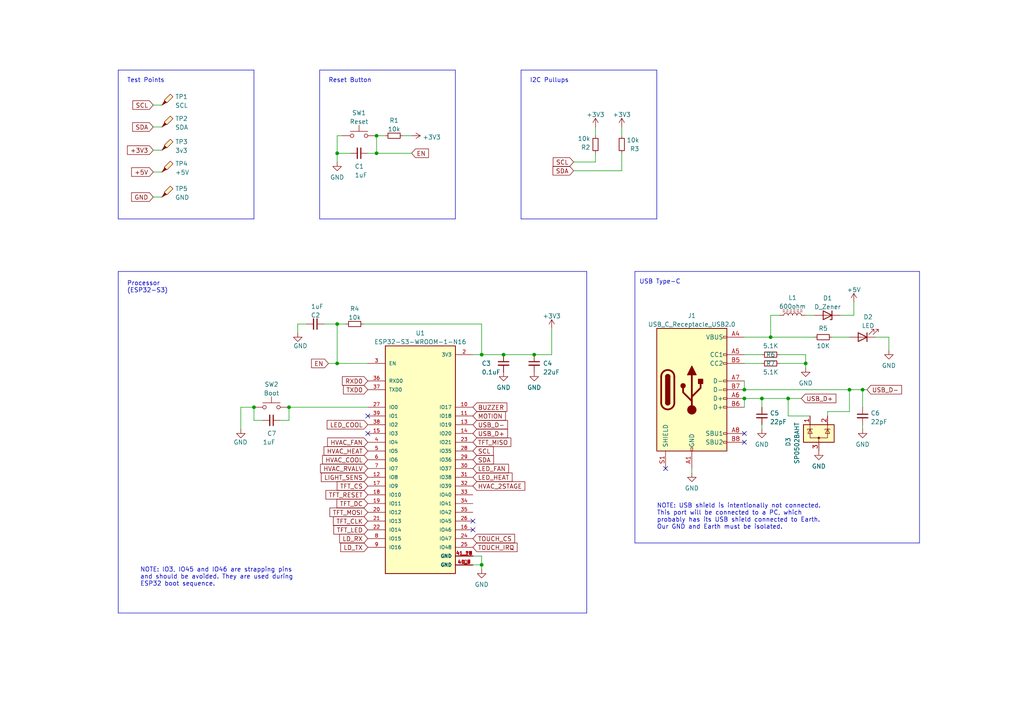
<source format=kicad_sch>
(kicad_sch (version 20211123) (generator eeschema)
  (paper "A4")
  (title_block (title "Smart Thermostat") (date "2024-02-09") (rev "0.6.0") (company "Steve Meisner") (comment 1 "steve@meisners.net") (comment 2 "(C) 2024 Steven Meisner "))
  (lib_symbols
    (symbol "+3V3_2" (power) (pin_names (offset 0))
      (property "Value" "+3V3_2" (at 0 3.556 0))
      (symbol "+3V3_2_0_1"
        (polyline (pts (xy -0.762 1.27) (xy 0 2.54)))
        (polyline (pts (xy 0 0) (xy 0 2.54)))
        (polyline (pts (xy 0 2.54) (xy 0.762 1.27)))
      )
      (symbol "+3V3_2_1_1"
        (pin power_in line (at 0 0 90) (length 0) hide (name "+3V3") (number "1"))
      )
    )
    (symbol "Connector:TestPoint_Probe" (pin_numbers hide) (pin_names (offset 0.762) hide)
      (property "Reference" "TP" (at 1.651 5.842 0))
      (property "Value" "TestPoint_Probe" (at 1.651 4.064 0))
      (symbol "TestPoint_Probe_0_1"
        (polyline (pts (xy 1.27 0.762) (xy 0 0) (xy 0.762 1.27) (xy 1.27 0.762)) (fill (type outline)))
        (polyline (pts (xy 1.397 0.635) (xy 0.635 1.397) (xy 2.413 3.175) (xy 3.175 2.413) (xy 1.397 0.635)) (fill (type background)))
      )
      (symbol "TestPoint_Probe_1_1"
        (pin passive line (at 0 0 90) (length 0) (name "1") (number "1"))
      )
    )
    (symbol "Connector:USB_C_Receptacle_USB2.0" (pin_names (offset 1.016))
      (property "Reference" "J" (at -10.16 19.05 0))
      (property "Value" "USB_C_Receptacle_USB2.0" (at 19.05 19.05 0))
      (symbol "USB_C_Receptacle_USB2.0_0_0"
        (rectangle (start -0.254 -17.78) (end 0.254 -16.764))
        (rectangle (start 10.16 -14.986) (end 9.144 -15.494))
        (rectangle (start 10.16 -12.446) (end 9.144 -12.954))
        (rectangle (start 10.16 -4.826) (end 9.144 -5.334))
        (rectangle (start 10.16 -2.286) (end 9.144 -2.794))
        (rectangle (start 10.16 0.254) (end 9.144 -0.254))
        (rectangle (start 10.16 2.794) (end 9.144 2.286))
        (rectangle (start 10.16 7.874) (end 9.144 7.366))
        (rectangle (start 10.16 10.414) (end 9.144 9.906))
        (rectangle (start 10.16 15.494) (end 9.144 14.986))
      )
      (symbol "USB_C_Receptacle_USB2.0_0_1"
        (rectangle (start -10.16 17.78) (end 10.16 -17.78) (stroke (width 0.254)) (fill (type background)))
        (arc (start -8.89 -3.81) (mid -6.985 -5.715) (end -5.08 -3.81) (stroke (width 0.508)))
        (arc (start -7.62 -3.81) (mid -6.985 -4.445) (end -6.35 -3.81) (stroke (width 0.254)))
        (arc (start -7.62 -3.81) (mid -6.985 -4.445) (end -6.35 -3.81) (stroke (width 0.254)) (fill (type outline)))
        (rectangle (start -7.62 -3.81) (end -6.35 3.81) (stroke (width 0.254)) (fill (type outline)))
        (arc (start -6.35 3.81) (mid -6.985 4.445) (end -7.62 3.81) (stroke (width 0.254)))
        (arc (start -6.35 3.81) (mid -6.985 4.445) (end -7.62 3.81) (stroke (width 0.254)) (fill (type outline)))
        (arc (start -5.08 3.81) (mid -6.985 5.715) (end -8.89 3.81) (stroke (width 0.508)))
        (circle (center -2.54 1.143) (radius 0.635) (stroke (width 0.254)) (fill (type outline)))
        (circle (center 0 -5.842) (radius 1.27) (fill (type outline)))
        (polyline (pts (xy -8.89 -3.81) (xy -8.89 3.81)) (stroke (width 0.508)))
        (polyline (pts (xy -5.08 3.81) (xy -5.08 -3.81)) (stroke (width 0.508)))
        (polyline (pts (xy 0 -5.842) (xy 0 4.318)) (stroke (width 0.508)))
        (polyline (pts (xy 0 -3.302) (xy -2.54 -0.762) (xy -2.54 0.508)) (stroke (width 0.508)))
        (polyline (pts (xy 0 -2.032) (xy 2.54 0.508) (xy 2.54 1.778)) (stroke (width 0.508)))
        (polyline (pts (xy -1.27 4.318) (xy 0 6.858) (xy 1.27 4.318) (xy -1.27 4.318)) (stroke (width 0.254)) (fill (type outline)))
        (rectangle (start 1.905 1.778) (end 3.175 3.048) (stroke (width 0.254)) (fill (type outline)))
      )
      (symbol "USB_C_Receptacle_USB2.0_1_1"
        (pin passive line (at 0 -22.86 90) (length 5.08) (name "GND") (number "A1"))
        (pin passive line (at 0 -22.86 90) (length 5.08) hide (name "GND") (number "A12"))
        (pin passive line (at 15.24 15.24 180) (length 5.08) (name "VBUS") (number "A4"))
        (pin bidirectional line (at 15.24 10.16 180) (length 5.08) (name "CC1") (number "A5"))
        (pin bidirectional line (at 15.24 -2.54 180) (length 5.08) (name "D+") (number "A6"))
        (pin bidirectional line (at 15.24 2.54 180) (length 5.08) (name "D-") (number "A7"))
        (pin bidirectional line (at 15.24 -12.7 180) (length 5.08) (name "SBU1") (number "A8"))
        (pin passive line (at 15.24 15.24 180) (length 5.08) hide (name "VBUS") (number "A9"))
        (pin passive line (at 0 -22.86 90) (length 5.08) hide (name "GND") (number "B1"))
        (pin passive line (at 0 -22.86 90) (length 5.08) hide (name "GND") (number "B12"))
        (pin passive line (at 15.24 15.24 180) (length 5.08) hide (name "VBUS") (number "B4"))
        (pin bidirectional line (at 15.24 7.62 180) (length 5.08) (name "CC2") (number "B5"))
        (pin bidirectional line (at 15.24 -5.08 180) (length 5.08) (name "D+") (number "B6"))
        (pin bidirectional line (at 15.24 0 180) (length 5.08) (name "D-") (number "B7"))
        (pin bidirectional line (at 15.24 -15.24 180) (length 5.08) (name "SBU2") (number "B8"))
        (pin passive line (at 15.24 15.24 180) (length 5.08) hide (name "VBUS") (number "B9"))
        (pin passive line (at -7.62 -22.86 90) (length 5.08) (name "SHIELD") (number "S1"))
      )
    )
    (symbol "Custom Symbols:ESP32-S3-WROOM-1-N16R2" (pin_names (offset 1.016))
      (property "Reference" "U1" (at 0 36.7198 0))
      (property "Value" "ESP32-S3-WROOM-1-N16" (at 0 34.1829 0))
      (symbol "ESP32-S3-WROOM-1-N16R2_0_0"
        (rectangle (start -10.16 -33.02) (end 10.16 33.02) (stroke (width 0.254)) (fill (type background)))
        (pin power_in line (at 15.24 -30.48 180) (length 5.08) (name "GND") (number "1"))
        (pin bidirectional line (at 15.24 15.24 180) (length 5.08) (name "IO17") (number "10"))
        (pin bidirectional line (at 15.24 12.7 180) (length 5.08) (name "IO18") (number "11"))
        (pin bidirectional line (at -15.24 -5.08 0) (length 5.08) (name "IO8") (number "12"))
        (pin bidirectional line (at 15.24 10.16 180) (length 5.08) (name "IO19") (number "13"))
        (pin bidirectional line (at 15.24 7.62 180) (length 5.08) (name "IO20") (number "14"))
        (pin bidirectional line (at -15.24 7.62 0) (length 5.08) (name "IO3") (number "15"))
        (pin bidirectional line (at 15.24 -20.32 180) (length 5.08) (name "IO46") (number "16"))
        (pin bidirectional line (at -15.24 -7.62 0) (length 5.08) (name "IO9") (number "17"))
        (pin bidirectional line (at -15.24 -10.16 0) (length 5.08) (name "IO10") (number "18"))
        (pin bidirectional line (at -15.24 -12.7 0) (length 5.08) (name "IO11") (number "19"))
        (pin power_in line (at 15.24 30.48 180) (length 5.08) (name "3V3") (number "2"))
        (pin bidirectional line (at -15.24 -15.24 0) (length 5.08) (name "IO12") (number "20"))
        (pin bidirectional line (at -15.24 -17.78 0) (length 5.08) (name "IO13") (number "21"))
        (pin bidirectional line (at -15.24 -20.32 0) (length 5.08) (name "IO14") (number "22"))
        (pin bidirectional line (at 15.24 5.08 180) (length 5.08) (name "IO21") (number "23"))
        (pin bidirectional line (at 15.24 -22.86 180) (length 5.08) (name "IO47") (number "24"))
        (pin bidirectional line (at 15.24 -25.4 180) (length 5.08) (name "IO48") (number "25"))
        (pin bidirectional line (at 15.24 -17.78 180) (length 5.08) (name "IO45") (number "26"))
        (pin bidirectional line (at -15.24 15.24 0) (length 5.08) (name "IO0") (number "27"))
        (pin bidirectional line (at 15.24 2.54 180) (length 5.08) (name "IO35") (number "28"))
        (pin bidirectional line (at 15.24 0 180) (length 5.08) (name "IO36") (number "29"))
        (pin input line (at -15.24 27.94 0) (length 5.08) (name "EN") (number "3"))
        (pin bidirectional line (at 15.24 -2.54 180) (length 5.08) (name "IO37") (number "30"))
        (pin bidirectional line (at 15.24 -5.08 180) (length 5.08) (name "IO38") (number "31"))
        (pin bidirectional line (at 15.24 -7.62 180) (length 5.08) (name "IO39") (number "32"))
        (pin bidirectional line (at 15.24 -10.16 180) (length 5.08) (name "IO40") (number "33"))
        (pin bidirectional line (at 15.24 -12.7 180) (length 5.08) (name "IO41") (number "34"))
        (pin bidirectional line (at 15.24 -15.24 180) (length 5.08) (name "IO42") (number "35"))
        (pin bidirectional line (at -15.24 22.86 0) (length 5.08) (name "RXD0") (number "36"))
        (pin bidirectional line (at -15.24 20.32 0) (length 5.08) (name "TXD0") (number "37"))
        (pin bidirectional line (at -15.24 10.16 0) (length 5.08) (name "IO2") (number "38"))
        (pin bidirectional line (at -15.24 12.7 0) (length 5.08) (name "IO1") (number "39"))
        (pin bidirectional line (at -15.24 5.08 0) (length 5.08) (name "IO4") (number "4"))
        (pin power_in line (at 15.24 -30.48 180) (length 5.08) (name "GND") (number "40"))
        (pin power_in line (at 15.24 -30.48 180) (length 5.08) (name "GND") (number "41_1"))
        (pin power_in line (at 15.24 -27.94 180) (length 5.08) (name "GND") (number "41_10"))
        (pin power_in line (at 15.24 -27.94 180) (length 5.08) (name "GND") (number "41_11"))
        (pin power_in line (at 15.24 -27.94 180) (length 5.08) (name "GND") (number "41_12"))
        (pin power_in line (at 15.24 -27.94 180) (length 5.08) (name "GND") (number "41_13"))
        (pin power_in line (at 15.24 -27.94 180) (length 5.08) (name "GND") (number "41_14"))
        (pin power_in line (at 15.24 -27.94 180) (length 5.08) (name "GND") (number "41_15"))
        (pin power_in line (at 15.24 -27.94 180) (length 5.08) (name "GND") (number "41_16"))
        (pin power_in line (at 15.24 -27.94 180) (length 5.08) (name "GND") (number "41_17"))
        (pin power_in line (at 15.24 -27.94 180) (length 5.08) (name "GND") (number "41_18"))
        (pin power_in line (at 15.24 -27.94 180) (length 5.08) (name "GND") (number "41_19"))
        (pin power_in line (at 15.24 -30.48 180) (length 5.08) (name "GND") (number "41_2"))
        (pin power_in line (at 15.24 -27.94 180) (length 5.08) (name "GND") (number "41_20"))
        (pin power_in line (at 15.24 -27.94 180) (length 5.08) (name "GND") (number "41_21"))
        (pin power_in line (at 15.24 -30.48 180) (length 5.08) (name "GND") (number "41_3"))
        (pin power_in line (at 15.24 -30.48 180) (length 5.08) (name "GND") (number "41_4"))
        (pin power_in line (at 15.24 -30.48 180) (length 5.08) (name "GND") (number "41_5"))
        (pin power_in line (at 15.24 -30.48 180) (length 5.08) (name "GND") (number "41_6"))
        (pin power_in line (at 15.24 -30.48 180) (length 5.08) (name "GND") (number "41_7"))
        (pin power_in line (at 15.24 -30.48 180) (length 5.08) (name "GND") (number "41_8"))
        (pin power_in line (at 15.24 -30.48 180) (length 5.08) (name "GND") (number "41_9"))
        (pin bidirectional line (at -15.24 2.54 0) (length 5.08) (name "IO5") (number "5"))
        (pin bidirectional line (at -15.24 0 0) (length 5.08) (name "IO6") (number "6"))
        (pin bidirectional line (at -15.24 -2.54 0) (length 5.08) (name "IO7") (number "7"))
        (pin bidirectional line (at -15.24 -22.86 0) (length 5.08) (name "IO15") (number "8"))
        (pin bidirectional line (at -15.24 -25.4 0) (length 5.08) (name "IO16") (number "9"))
      )
    )
    (symbol "Device:C_Small" (pin_numbers hide) (pin_names (offset 0.254) hide)
      (property "Reference" "C" (at 0.254 1.778 0))
      (property "Value" "C_Small" (at 0.254 -2.032 0))
      (symbol "C_Small_0_1"
        (polyline (pts (xy -1.524 -0.508) (xy 1.524 -0.508)) (stroke (width 0.3302)))
        (polyline (pts (xy -1.524 0.508) (xy 1.524 0.508)) (stroke (width 0.3048)))
      )
      (symbol "C_Small_1_1"
        (pin passive line (at 0 2.54 270) (length 2.032) (name "~") (number "1"))
        (pin passive line (at 0 -2.54 90) (length 2.032) (name "~") (number "2"))
      )
    )
    (symbol "Device:D_Zener" (pin_numbers hide) (pin_names (offset 1.016) hide)
      (property "Reference" "D" (at 0 2.54 0))
      (property "Value" "D_Zener" (at 0 -2.54 0))
      (symbol "D_Zener_0_1"
        (polyline (pts (xy 1.27 0) (xy -1.27 0)))
        (polyline (pts (xy -1.27 -1.27) (xy -1.27 1.27) (xy -0.762 1.27)) (stroke (width 0.254)))
        (polyline (pts (xy 1.27 -1.27) (xy 1.27 1.27) (xy -1.27 0) (xy 1.27 -1.27)) (stroke (width 0.254)))
      )
      (symbol "D_Zener_1_1"
        (pin passive line (at -3.81 0 0) (length 2.54) (name "K") (number "1"))
        (pin passive line (at 3.81 0 180) (length 2.54) (name "A") (number "2"))
      )
    )
    (symbol "Device:LED" (pin_numbers hide) (pin_names (offset 1.016) hide)
      (property "Reference" "D" (at 0 2.54 0))
      (property "Value" "LED" (at 0 -2.54 0))
      (symbol "LED_0_1"
        (polyline (pts (xy -1.27 -1.27) (xy -1.27 1.27)) (stroke (width 0.254)))
        (polyline (pts (xy -1.27 0) (xy 1.27 0)))
        (polyline (pts (xy 1.27 -1.27) (xy 1.27 1.27) (xy -1.27 0) (xy 1.27 -1.27)) (stroke (width 0.254)))
        (polyline (pts (xy -3.048 -0.762) (xy -4.572 -2.286) (xy -3.81 -2.286) (xy -4.572 -2.286) (xy -4.572 -1.524)))
        (polyline (pts (xy -1.778 -0.762) (xy -3.302 -2.286) (xy -2.54 -2.286) (xy -3.302 -2.286) (xy -3.302 -1.524)))
      )
      (symbol "LED_1_1"
        (pin passive line (at -3.81 0 0) (length 2.54) (name "K") (number "1"))
        (pin passive line (at 3.81 0 180) (length 2.54) (name "A") (number "2"))
      )
    )
    (symbol "Device:L_Ferrite" (pin_numbers hide) (pin_names (offset 1.016) hide)
      (property "Reference" "L" (at -1.27 0 90))
      (property "Value" "L_Ferrite" (at 2.794 0 90))
      (symbol "L_Ferrite_0_1"
        (arc (start 0 -2.54) (mid 0.635 -1.905) (end 0 -1.27))
        (arc (start 0 -1.27) (mid 0.635 -0.635) (end 0 0))
        (polyline (pts (xy 1.016 -2.794) (xy 1.016 -2.286)))
        (polyline (pts (xy 1.016 -1.778) (xy 1.016 -1.27)))
        (polyline (pts (xy 1.016 -0.762) (xy 1.016 -0.254)))
        (polyline (pts (xy 1.016 0.254) (xy 1.016 0.762)))
        (polyline (pts (xy 1.016 1.27) (xy 1.016 1.778)))
        (polyline (pts (xy 1.016 2.286) (xy 1.016 2.794)))
        (polyline (pts (xy 1.524 -2.286) (xy 1.524 -2.794)))
        (polyline (pts (xy 1.524 -1.27) (xy 1.524 -1.778)))
        (polyline (pts (xy 1.524 -0.254) (xy 1.524 -0.762)))
        (polyline (pts (xy 1.524 0.762) (xy 1.524 0.254)))
        (polyline (pts (xy 1.524 1.778) (xy 1.524 1.27)))
        (polyline (pts (xy 1.524 2.794) (xy 1.524 2.286)))
        (arc (start 0 0) (mid 0.635 0.635) (end 0 1.27))
        (arc (start 0 1.27) (mid 0.635 1.905) (end 0 2.54))
      )
      (symbol "L_Ferrite_1_1"
        (pin passive line (at 0 3.81 270) (length 1.27) (name "1") (number "1"))
        (pin passive line (at 0 -3.81 90) (length 1.27) (name "2") (number "2"))
      )
    )
    (symbol "Device:R_Small" (pin_numbers hide) (pin_names (offset 0.254) hide)
      (property "Reference" "R" (at 0.762 0.508 0))
      (property "Value" "R_Small" (at 0.762 -1.016 0))
      (symbol "R_Small_0_1"
        (rectangle (start -0.762 1.778) (end 0.762 -1.778) (stroke (width 0.2032)))
      )
      (symbol "R_Small_1_1"
        (pin passive line (at 0 2.54 270) (length 0.762) (name "~") (number "1"))
        (pin passive line (at 0 -2.54 90) (length 0.762) (name "~") (number "2"))
      )
    )
    (symbol "Power_Protection:SP0502BAHT" (pin_names hide)
      (property "Reference" "D" (at 5.715 2.54 0))
      (property "Value" "SP0502BAHT" (at 5.715 0.635 0))
      (symbol "SP0502BAHT_0_0"
        (pin passive line (at 0 -5.08 90) (length 2.54) (name "A") (number "3"))
      )
      (symbol "SP0502BAHT_0_1"
        (rectangle (start -4.445 2.54) (end 4.445 -2.54) (stroke (width 0.254)) (fill (type background)))
        (circle (center 0 -1.27) (radius 0.254) (fill (type outline)))
        (polyline (pts (xy -2.54 2.54) (xy -2.54 1.27)))
        (polyline (pts (xy 0 -1.27) (xy 0 -2.54)))
        (polyline (pts (xy 2.54 2.54) (xy 2.54 1.27)))
        (polyline (pts (xy -3.302 1.016) (xy -3.302 1.27) (xy -1.905 1.27) (xy -1.778 1.27)))
        (polyline (pts (xy -2.54 1.27) (xy -2.54 -1.27) (xy 2.54 -1.27) (xy 2.54 1.27)))
        (polyline (pts (xy -2.54 1.27) (xy -1.905 0) (xy -3.175 0) (xy -2.54 1.27)))
        (polyline (pts (xy 1.778 1.016) (xy 1.778 1.27) (xy 3.175 1.27) (xy 3.302 1.27)))
        (polyline (pts (xy 2.54 1.27) (xy 1.905 0) (xy 3.175 0) (xy 2.54 1.27)))
      )
      (symbol "SP0502BAHT_1_1"
        (pin passive line (at -2.54 5.08 270) (length 2.54) (name "K") (number "1"))
        (pin passive line (at 2.54 5.08 270) (length 2.54) (name "K") (number "2"))
      )
    )
    (symbol "Switch:SW_Push" (pin_numbers hide) (pin_names (offset 1.016) hide)
      (property "Reference" "SW" (at 1.27 2.54 0))
      (property "Value" "SW_Push" (at 0 -1.524 0))
      (symbol "SW_Push_0_1"
        (circle (center -2.032 0) (radius 0.508))
        (polyline (pts (xy 0 1.27) (xy 0 3.048)))
        (polyline (pts (xy 2.54 1.27) (xy -2.54 1.27)))
        (circle (center 2.032 0) (radius 0.508))
        (pin passive line (at -5.08 0 0) (length 2.54) (name "1") (number "1"))
        (pin passive line (at 5.08 0 180) (length 2.54) (name "2") (number "2"))
      )
    )
    (symbol "power:+3V3" (power) (pin_names (offset 0))
      (property "Value" "+3V3" (at 0 3.556 0))
      (symbol "+3V3_0_1"
        (polyline (pts (xy -0.762 1.27) (xy 0 2.54)))
        (polyline (pts (xy 0 0) (xy 0 2.54)))
        (polyline (pts (xy 0 2.54) (xy 0.762 1.27)))
      )
      (symbol "+3V3_1_1"
        (pin power_in line (at 0 0 90) (length 0) hide (name "+3V3") (number "1"))
      )
    )
    (symbol "power:+5V" (power) (pin_names (offset 0))
      (property "Value" "+5V" (at 0 3.556 0))
      (symbol "+5V_0_1"
        (polyline (pts (xy -0.762 1.27) (xy 0 2.54)))
        (polyline (pts (xy 0 0) (xy 0 2.54)))
        (polyline (pts (xy 0 2.54) (xy 0.762 1.27)))
      )
      (symbol "+5V_1_1"
        (pin power_in line (at 0 0 90) (length 0) hide (name "+5V") (number "1"))
      )
    )
    (symbol "power:GND" (power) (pin_names (offset 0))
      (property "Value" "GND" (at 0 -3.81 0))
      (symbol "GND_0_1"
        (polyline (pts (xy 0 0) (xy 0 -1.27) (xy 1.27 -1.27) (xy 0 -2.54) (xy -1.27 -1.27) (xy 0 -1.27)))
      )
      (symbol "GND_1_1"
        (pin power_in line (at 0 0 270) (length 0) hide (name "GND") (number "1"))
      )
    )
  )
  (junction (at 215.9 113.03))
  (junction (at 97.79 105.41))
  (junction (at 139.7 163.83))
  (junction (at 228.6 115.57))
  (junction (at 154.94 102.87))
  (junction (at 223.52 97.79))
  (junction (at 246.38 113.03))
  (junction (at 215.9 115.57))
  (junction (at 109.22 44.45))
  (junction (at 73.66 118.11))
  (junction (at 146.05 102.87))
  (junction (at 97.79 44.45))
  (junction (at 250.19 113.03))
  (junction (at 220.98 115.57))
  (junction (at 97.79 93.98))
  (junction (at 83.82 118.11))
  (junction (at 109.22 39.37))
  (junction (at 233.68 105.41))
  (junction (at 139.7 102.87))
  (no_connect (at 106.68 120.65))
  (no_connect (at 106.68 125.73))
  (no_connect (at 137.16 151.13))
  (no_connect (at 137.16 153.67))
  (no_connect (at 215.9 128.27))
  (no_connect (at 193.04 135.89))
  (no_connect (at 215.9 125.73))
  (wire (pts (xy 180.34 49.53) (xy 166.37 49.53)))
  (wire (pts (xy 233.68 105.41) (xy 233.68 106.68)))
  (wire (pts (xy 246.38 119.38) (xy 246.38 113.03)))
  (wire (pts (xy 223.52 91.44) (xy 223.52 97.79)))
  (polyline (pts (xy 34.29 78.74) (xy 170.18 78.74)) (stroke (width 0) (type solid)))
  (wire (pts (xy 228.6 120.65) (xy 228.6 115.57)))
  (wire (pts (xy 69.85 124.46) (xy 69.85 118.11)))
  (polyline (pts (xy 151.13 20.32) (xy 151.13 63.5)) (stroke (width 0) (type solid)))
  (wire (pts (xy 223.52 91.44) (xy 226.06 91.44)))
  (wire (pts (xy 109.22 44.45) (xy 119.38 44.45)))
  (wire (pts (xy 257.81 97.79) (xy 257.81 101.6)))
  (wire (pts (xy 243.84 91.44) (xy 247.65 91.44)))
  (wire (pts (xy 83.82 118.11) (xy 106.68 118.11)))
  (wire (pts (xy 139.7 102.87) (xy 137.16 102.87)))
  (wire (pts (xy 250.19 113.03) (xy 251.46 113.03)))
  (wire (pts (xy 160.02 102.87) (xy 154.94 102.87)))
  (wire (pts (xy 180.34 44.45) (xy 180.34 49.53)))
  (wire (pts (xy 109.22 39.37) (xy 111.76 39.37)))
  (polyline (pts (xy 92.71 63.5) (xy 132.08 63.5)) (stroke (width 0) (type solid)))
  (wire (pts (xy 99.06 39.37) (xy 97.79 39.37)))
  (wire (pts (xy 100.33 93.98) (xy 97.79 93.98)))
  (polyline (pts (xy 34.29 20.32) (xy 34.29 63.5)) (stroke (width 0) (type solid)))
  (wire (pts (xy 83.82 121.92) (xy 81.28 121.92)))
  (wire (pts (xy 106.68 44.45) (xy 109.22 44.45)))
  (wire (pts (xy 44.45 57.15) (xy 46.99 57.15)))
  (polyline (pts (xy 73.66 20.32) (xy 73.66 63.5)) (stroke (width 0) (type solid)))
  (wire (pts (xy 146.05 102.87) (xy 154.94 102.87)))
  (wire (pts (xy 180.34 36.83) (xy 180.34 39.37)))
  (wire (pts (xy 172.72 44.45) (xy 172.72 46.99)))
  (polyline (pts (xy 34.29 78.74) (xy 34.29 177.8)) (stroke (width 0) (type solid)))
  (wire (pts (xy 106.68 105.41) (xy 97.79 105.41)))
  (wire (pts (xy 86.36 93.98) (xy 88.9 93.98)))
  (wire (pts (xy 240.03 120.65) (xy 240.03 119.38)))
  (polyline (pts (xy 170.18 78.74) (xy 170.18 177.8)) (stroke (width 0) (type solid)))
  (wire (pts (xy 220.98 115.57) (xy 228.6 115.57)))
  (wire (pts (xy 215.9 102.87) (xy 220.98 102.87)))
  (wire (pts (xy 215.9 110.49) (xy 215.9 113.03)))
  (wire (pts (xy 223.52 97.79) (xy 236.22 97.79)))
  (wire (pts (xy 226.06 105.41) (xy 233.68 105.41)))
  (wire (pts (xy 109.22 44.45) (xy 109.22 39.37)))
  (wire (pts (xy 97.79 44.45) (xy 101.6 44.45)))
  (wire (pts (xy 93.98 93.98) (xy 97.79 93.98)))
  (polyline (pts (xy 151.13 20.32) (xy 190.5 20.32)) (stroke (width 0) (type solid)))
  (polyline (pts (xy 184.15 157.48) (xy 266.7 157.48)) (stroke (width 0) (type solid)))
  (wire (pts (xy 95.25 105.41) (xy 97.79 105.41)))
  (wire (pts (xy 233.68 102.87) (xy 233.68 105.41)))
  (wire (pts (xy 97.79 93.98) (xy 97.79 105.41)))
  (wire (pts (xy 233.68 91.44) (xy 236.22 91.44)))
  (wire (pts (xy 215.9 113.03) (xy 246.38 113.03)))
  (polyline (pts (xy 151.13 63.5) (xy 190.5 63.5)) (stroke (width 0) (type solid)))
  (polyline (pts (xy 92.71 20.32) (xy 92.71 63.5)) (stroke (width 0) (type solid)))
  (wire (pts (xy 83.82 118.11) (xy 83.82 121.92)))
  (wire (pts (xy 44.45 36.83) (xy 46.99 36.83)))
  (wire (pts (xy 215.9 105.41) (xy 220.98 105.41)))
  (wire (pts (xy 215.9 115.57) (xy 215.9 118.11)))
  (wire (pts (xy 69.85 118.11) (xy 73.66 118.11)))
  (polyline (pts (xy 266.7 78.74) (xy 184.15 78.74)) (stroke (width 0) (type solid)))
  (wire (pts (xy 139.7 163.83) (xy 139.7 165.1)))
  (wire (pts (xy 172.72 46.99) (xy 166.37 46.99)))
  (wire (pts (xy 200.66 135.89) (xy 200.66 137.16)))
  (polyline (pts (xy 184.15 78.74) (xy 184.15 157.48)) (stroke (width 0) (type solid)))
  (wire (pts (xy 241.3 97.79) (xy 246.38 97.79)))
  (wire (pts (xy 139.7 93.98) (xy 139.7 102.87)))
  (wire (pts (xy 139.7 161.29) (xy 139.7 163.83)))
  (wire (pts (xy 246.38 113.03) (xy 250.19 113.03)))
  (wire (pts (xy 215.9 97.79) (xy 223.52 97.79)))
  (wire (pts (xy 139.7 102.87) (xy 146.05 102.87)))
  (wire (pts (xy 247.65 91.44) (xy 247.65 87.63)))
  (polyline (pts (xy 170.18 177.8) (xy 34.29 177.8)) (stroke (width 0) (type solid)))
  (wire (pts (xy 105.41 93.98) (xy 139.7 93.98)))
  (wire (pts (xy 160.02 95.25) (xy 160.02 102.87)))
  (wire (pts (xy 137.16 163.83) (xy 139.7 163.83)))
  (wire (pts (xy 254 97.79) (xy 257.81 97.79)))
  (wire (pts (xy 44.4579 49.9018) (xy 46.9979 49.9018)))
  (wire (pts (xy 228.6 115.57) (xy 232.41 115.57)))
  (wire (pts (xy 172.72 36.83) (xy 172.72 39.37)))
  (wire (pts (xy 44.45 30.48) (xy 46.99 30.48)))
  (wire (pts (xy 97.79 39.37) (xy 97.79 44.45)))
  (polyline (pts (xy 92.71 20.32) (xy 132.08 20.32)) (stroke (width 0) (type solid)))
  (polyline (pts (xy 34.29 63.5) (xy 73.66 63.5)) (stroke (width 0) (type solid)))
  (polyline (pts (xy 34.29 20.32) (xy 73.66 20.32)) (stroke (width 0) (type solid)))
  (polyline (pts (xy 190.5 20.32) (xy 190.5 63.5)) (stroke (width 0) (type solid)))
  (wire (pts (xy 44.4579 43.5518) (xy 46.9979 43.5518)))
  (wire (pts (xy 234.95 120.65) (xy 228.6 120.65)))
  (wire (pts (xy 97.79 46.99) (xy 97.79 44.45)))
  (wire (pts (xy 73.66 121.92) (xy 73.66 118.11)))
  (wire (pts (xy 250.19 123.19) (xy 250.19 124.46)))
  (wire (pts (xy 220.98 123.19) (xy 220.98 124.46)))
  (wire (pts (xy 137.16 161.29) (xy 139.7 161.29)))
  (wire (pts (xy 76.2 121.92) (xy 73.66 121.92)))
  (wire (pts (xy 215.9 115.57) (xy 220.98 115.57)))
  (polyline (pts (xy 132.08 20.32) (xy 132.08 63.5)) (stroke (width 0) (type solid)))
  (wire (pts (xy 86.36 96.52) (xy 86.36 93.98)))
  (wire (pts (xy 226.06 102.87) (xy 233.68 102.87)))
  (wire (pts (xy 250.19 113.03) (xy 250.19 118.11)))
  (wire (pts (xy 240.03 119.38) (xy 246.38 119.38)))
  (wire (pts (xy 116.84 39.37) (xy 119.38 39.37)))
  (wire (pts (xy 220.98 115.57) (xy 220.98 118.11)))
  (polyline (pts (xy 266.7 157.48) (xy 266.7 78.74)) (stroke (width 0) (type solid)))
  (text "NOTE: IO3, IO45 and IO46 are strapping pins\nand should be avoided. They are used during\nESP32 boot sequence." (at 40.64 170.18 0) (effects (font (size 1.27 1.27)) (justify left bottom)))
  (text "NOTE: USB shield is intentionally not connected.\nThis port will be connected to a PC, which\nprobably has its USB shield connected to Earth.\nOur GND and Earth must be isolated." (at 190.5 153.67 0) (effects (font (size 1.27 1.27)) (justify left bottom)))
  (text "Reset Button" (at 95.25 24.13 0) (effects (font (size 1.27 1.27)) (justify left bottom)))
  (text "Processor\n(ESP32-S3)" (at 36.83 85.09 0) (effects (font (size 1.27 1.27)) (justify left bottom)))
  (text "Test Points" (at 36.83 24.13 0) (effects (font (size 1.27 1.27)) (justify left bottom)))
  (text "I2C Pullups" (at 153.67 24.13 0) (effects (font (size 1.27 1.27)) (justify left bottom)))
  (text "USB Type-C" (at 185.42 82.55 0) (effects (font (size 1.27 1.27)) (justify left bottom)))
  (global_label "TFT_CLK" (shape input) (at 106.68 151.13 180) (property "Intersheet References" "${INTERSHEET_REFS}" (effects hide)))
  (global_label "TFT_MOSI" (shape input) (at 106.68 148.59 180) (property "Intersheet References" "${INTERSHEET_REFS}" (effects hide)))
  (global_label "MOTION" (shape input) (at 137.16 120.65 0) (property "Intersheet References" "${INTERSHEET_REFS}" (effects hide)))
  (global_label "HVAC_2STAGE" (shape input) (at 137.16 140.97 0) (property "Intersheet References" "${INTERSHEET_REFS}" (effects hide)))
  (global_label "TXD0" (shape input) (at 106.68 113.03 180) (property "Intersheet References" "${INTERSHEET_REFS}" (effects hide)))
  (global_label "USB_D-" (shape input) (at 251.46 113.03 0) (property "Intersheet References" "${INTERSHEET_REFS}" (effects hide)))
  (global_label "TFT_LED" (shape input) (at 106.68 153.67 180) (property "Intersheet References" "${INTERSHEET_REFS}" (effects hide)))
  (global_label "+5V" (shape input) (at 44.4579 49.9018 180) (property "Intersheet References" "${INTERSHEET_REFS}" (effects hide)))
  (global_label "SDA" (shape input) (at 44.45 36.83 180) (property "Intersheet References" "${INTERSHEET_REFS}" (effects hide)))
  (global_label "SCL" (shape input) (at 44.45 30.48 180) (property "Intersheet References" "${INTERSHEET_REFS}" (effects hide)))
  (global_label "TFT_RESET" (shape input) (at 106.68 143.51 180) (property "Intersheet References" "${INTERSHEET_REFS}" (effects hide)))
  (global_label "+3V3" (shape input) (at 44.4579 43.5518 180) (property "Intersheet References" "${INTERSHEET_REFS}" (effects hide)))
  (global_label "BUZZER" (shape input) (at 137.16 118.11 0) (property "Intersheet References" "${INTERSHEET_REFS}" (effects hide)))
  (global_label "SCL" (shape input) (at 137.16 130.81 0) (property "Intersheet References" "${INTERSHEET_REFS}" (effects hide)))
  (global_label "LIGHT_SENS" (shape input) (at 106.68 138.43 180) (property "Intersheet References" "${INTERSHEET_REFS}" (effects hide)))
  (global_label "TFT_MISO" (shape input) (at 137.16 128.27 0) (property "Intersheet References" "${INTERSHEET_REFS}" (effects hide)))
  (global_label "USB_D-" (shape input) (at 137.16 123.19 0) (property "Intersheet References" "${INTERSHEET_REFS}" (effects hide)))
  (global_label "LD_TX" (shape input) (at 106.68 158.75 180) (property "Intersheet References" "${INTERSHEET_REFS}" (effects hide)))
  (global_label "HVAC_FAN" (shape input) (at 106.68 128.27 180) (property "Intersheet References" "${INTERSHEET_REFS}" (effects hide)))
  (global_label "LED_COOL" (shape input) (at 106.68 123.19 180) (property "Intersheet References" "${INTERSHEET_REFS}" (effects hide)))
  (global_label "SCL" (shape input) (at 166.37 46.99 180) (property "Intersheet References" "${INTERSHEET_REFS}" (effects hide)))
  (global_label "EN" (shape input) (at 95.25 105.41 180) (property "Intersheet References" "${INTERSHEET_REFS}" (effects hide)))
  (global_label "EN" (shape input) (at 119.38 44.45 0) (property "Intersheet References" "${INTERSHEET_REFS}" (effects hide)))
  (global_label "GND" (shape input) (at 44.45 57.15 180) (property "Intersheet References" "${INTERSHEET_REFS}" (effects hide)))
  (global_label "LED_FAN" (shape input) (at 137.16 135.89 0) (property "Intersheet References" "${INTERSHEET_REFS}" (effects hide)))
  (global_label "RXD0" (shape input) (at 106.68 110.49 180) (property "Intersheet References" "${INTERSHEET_REFS}" (effects hide)))
  (global_label "HVAC_HEAT" (shape input) (at 106.68 130.81 180) (property "Intersheet References" "${INTERSHEET_REFS}" (effects hide)))
  (global_label "USB_D+" (shape input) (at 232.41 115.57 0) (property "Intersheet References" "${INTERSHEET_REFS}" (effects hide)))
  (global_label "HVAC_RVALV" (shape input) (at 106.68 135.89 180) (property "Intersheet References" "${INTERSHEET_REFS}" (effects hide)))
  (global_label "HVAC_COOL" (shape input) (at 106.68 133.35 180) (property "Intersheet References" "${INTERSHEET_REFS}" (effects hide)))
  (global_label "LED_HEAT" (shape input) (at 137.16 138.43 0) (property "Intersheet References" "${INTERSHEET_REFS}" (effects hide)))
  (global_label "TOUCH_IRQ" (shape input) (at 137.16 158.75 0) (property "Intersheet References" "${INTERSHEET_REFS}" (effects hide)))
  (global_label "SDA" (shape input) (at 137.16 133.35 0) (property "Intersheet References" "${INTERSHEET_REFS}" (effects hide)))
  (global_label "USB_D+" (shape input) (at 137.16 125.73 0) (property "Intersheet References" "${INTERSHEET_REFS}" (effects hide)))
  (global_label "SDA" (shape input) (at 166.37 49.53 180) (property "Intersheet References" "${INTERSHEET_REFS}" (effects hide)))
  (global_label "LD_RX" (shape input) (at 106.68 156.21 180) (property "Intersheet References" "${INTERSHEET_REFS}" (effects hide)))
  (global_label "TFT_DC" (shape input) (at 106.68 146.05 180) (property "Intersheet References" "${INTERSHEET_REFS}" (effects hide)))
  (global_label "TFT_CS" (shape input) (at 106.68 140.97 180) (property "Intersheet References" "${INTERSHEET_REFS}" (effects hide)))
  (global_label "TOUCH_CS" (shape input) (at 137.16 156.21 0) (property "Intersheet References" "${INTERSHEET_REFS}" (effects hide)))
  (symbol (lib_id "Switch:SW_Push") (at 104.14 39.37 0) (unit 1)
    (property "Reference" "SW1" (at 104.14 32.7492 0))
    (property "Value" "Reset" (at 104.14 35.2861 0))
    (property "Footprint" "Button_Switch_SMD:SW_SPST_TL3305A" (effects hide))
    (property "LCSC" "C2886902" (effects hide))
  )
  (symbol (lib_id "Device:LED") (at 250.19 97.79 180) (unit 1)
    (property "Reference" "D2" (at 251.7775 91.9312 0))
    (property "Value" "LED" (at 251.7775 94.4681 0))
    (property "Footprint" "LED_SMD:LED_0805_2012Metric" (effects hide))
    (property "LCSC" "C108412" (effects hide))
  )
  (symbol (lib_id "power:GND") (at 139.7 165.1 0) (unit 1)
    (property "Reference" "#PWR017" (effects hide))
    (property "Value" "GND" (at 139.7 169.5434 0))
  )
  (symbol (lib_id "power:GND") (at 154.94 107.95 0) (unit 1)
    (property "Reference" "#PWR011" (effects hide))
    (property "Value" "GND" (at 154.94 112.3934 0))
  )
  (symbol (lib_id "power:GND") (at 97.79 46.99 0) (unit 1)
    (property "Reference" "#PWR04" (effects hide))
    (property "Value" "GND" (at 97.79 51.4334 0))
  )
  (symbol (lib_id "Connector:TestPoint_Probe") (at 46.99 57.15 0) (unit 1)
    (property "Reference" "TP5" (at 50.8 54.7278 0) (effects (justify left)))
    (property "Value" "GND" (at 50.8 57.2647 0) (effects (justify left)))
    (property "Footprint" "TestPoint:TestPoint_THTPad_D2.0mm_Drill1.0mm" (effects hide))
  )
  (symbol (lib_id "Device:C_Small") (at 220.98 120.65 0) (unit 1)
    (property "Reference" "C5" (at 223.3041 119.8216 0) (effects (justify left)))
    (property "Value" "22pF" (at 223.3041 122.3585 0) (effects (justify left)))
    (property "Footprint" "Capacitor_SMD:C_0603_1608Metric" (effects hide))
    (property "LCSC" "C1653" (effects hide))
  )
  (symbol (lib_id "Device:C_Small") (at 91.44 93.98 270) (unit 1)
    (property "Reference" "C2" (at 90.17 91.44 90) (effects (justify left)))
    (property "Value" "1uF" (at 90.17 88.9 90) (effects (justify left)))
    (property "Footprint" "Capacitor_SMD:C_0603_1608Metric" (effects hide))
    (property "LCSC" "C5673" (effects hide))
  )
  (symbol (lib_id "Connector:TestPoint_Probe") (at 46.9979 49.9018 0) (unit 1)
    (property "Reference" "TP4" (at 50.8079 47.4796 0) (effects (justify left)))
    (property "Value" "+5V" (at 50.8079 50.0165 0) (effects (justify left)))
    (property "Footprint" "TestPoint:TestPoint_THTPad_D2.0mm_Drill1.0mm" (effects hide))
  )
  (symbol (lib_id "Device:R_Small") (at 223.52 102.87 90) (unit 1)
    (property "Reference" "R6" (at 223.52 102.87 90))
    (property "Value" "5.1K" (at 223.52 100.33 90))
    (property "Footprint" "Resistor_SMD:R_0603_1608Metric" (effects hide))
    (property "LCSC" "C415076" (effects hide))
  )
  (symbol (lib_id "power:+5V") (at 247.65 87.63 0) (unit 1)
    (property "Reference" "#PWR05" (effects hide))
    (property "Value" "+5V" (at 247.65 84.0542 0))
  )
  (symbol (lib_id "power:GND") (at 250.19 124.46 0) (unit 1)
    (property "Reference" "#PWR014" (effects hide))
    (property "Value" "GND" (at 250.19 128.9034 0))
  )
  (symbol (lib_id "Device:R_Small") (at 172.72 41.91 0) (unit 1)
    (property "Reference" "R2" (at 171.2214 42.7447 0) (effects (justify right)))
    (property "Value" "10k" (at 171.2214 40.2078 0) (effects (justify right)))
    (property "Footprint" "Resistor_SMD:R_0603_1608Metric" (effects hide))
    (property "LCSC" "C25804" (effects hide))
  )
  (symbol (lib_id "Device:R_Small") (at 238.76 97.79 90) (unit 1)
    (property "Reference" "R5" (at 238.76 95.25 90))
    (property "Value" "10K" (at 238.76 100.33 90))
    (property "Footprint" "Resistor_SMD:R_0603_1608Metric" (effects hide))
    (property "LCSC" "C25804" (effects hide))
  )
  (symbol (lib_id "Device:C_Small") (at 250.19 120.65 0) (unit 1)
    (property "Reference" "C6" (at 252.5141 119.8216 0) (effects (justify left)))
    (property "Value" "22pF" (at 252.5141 122.3585 0) (effects (justify left)))
    (property "Footprint" "Capacitor_SMD:C_0603_1608Metric" (effects hide))
    (property "LCSC" "C1653" (effects hide))
  )
  (symbol (lib_id "Connector:TestPoint_Probe") (at 46.99 30.48 0) (unit 1)
    (property "Reference" "TP1" (at 50.8 28.0578 0) (effects (justify left)))
    (property "Value" "SCL" (at 50.8 30.5947 0) (effects (justify left)))
    (property "Footprint" "TestPoint:TestPoint_THTPad_D2.0mm_Drill1.0mm" (effects hide))
  )
  (symbol (lib_id "Device:R_Small") (at 102.87 93.98 90) (unit 1)
    (property "Reference" "R4" (at 102.87 89.5436 90))
    (property "Value" "10k" (at 102.87 92.0805 90))
    (property "Footprint" "Resistor_SMD:R_0603_1608Metric" (effects hide))
    (property "LCSC" "C25804" (effects hide))
  )
  (symbol (lib_id "power:+3V3") (at 172.72 36.83 0) (unit 1)
    (property "Reference" "#PWR01" (effects hide))
    (property "Value" "+3V3" (at 172.72 33.2542 0))
  )
  (symbol (lib_id "Connector:USB_C_Receptacle_USB2.0") (at 200.66 113.03 0) (unit 1)
    (property "Reference" "J1" (at 200.66 91.5502 0))
    (property "Value" "USB_C_Receptacle_USB2.0" (at 200.66 94.0871 0))
    (property "Footprint" "Connector_USB:USB_C_Receptacle_G-Switch_GT-USB-7010ASV" (effects hide))
    (property "Datasheet" "https://www.usb.org/sites/default/files/documents/usb_type-c.zip" (effects hide))
    (property "old-LCSC" "C2988369" (effects hide))
    (property "LCSC" "C165948" (effects hide))
  )
  (symbol (lib_id "power:GND") (at 257.81 101.6 0) (unit 1)
    (property "Reference" "#PWR08" (effects hide))
    (property "Value" "GND" (at 257.81 106.0434 0))
  )
  (symbol (lib_id "Device:C_Small") (at 78.74 121.92 270) (unit 1)
    (property "Reference" "C7" (at 77.47 125.73 90) (effects (justify left)))
    (property "Value" "1uF" (at 76.2 128.27 90) (effects (justify left)))
    (property "Footprint" "Capacitor_SMD:C_0603_1608Metric" (effects hide))
    (property "LCSC" "C5673" (effects hide))
  )
  (symbol (lib_id "Device:R_Small") (at 180.34 41.91 0) (unit 1)
    (property "Reference" "R3" (at 185.42 43.18 0) (effects (justify right)))
    (property "Value" "10k" (at 185.42 40.64 0) (effects (justify right)))
    (property "Footprint" "Resistor_SMD:R_0603_1608Metric" (effects hide))
    (property "LCSC" "C25804" (effects hide))
  )
  (symbol (lib_id "Device:R_Small") (at 114.3 39.37 90) (unit 1)
    (property "Reference" "R1" (at 114.3 34.9336 90))
    (property "Value" "10k" (at 114.3 37.4705 90))
    (property "Footprint" "Resistor_SMD:R_0603_1608Metric" (effects hide))
    (property "LCSC" "C25804" (effects hide))
  )
  (symbol (lib_id "Custom Symbols:ESP32-S3-WROOM-1-N16R2") (at 121.92 133.35 0) (unit 1)
    (property "Reference" "U1" (at 121.92 96.6302 0))
    (property "Value" "ESP32-S3-WROOM-1-N16" (at 121.92 99.1671 0))
    (property "Footprint" "XCVR_ESP32-S3-WROOM-1-N16R2" (effects hide))
    (property "PARTREV" "v1.0" (effects hide))
    (property "MANUFACTURER" "Espressif" (effects hide))
    (property "MAXIMUM_PACKAGE_HEIGHT" "3.25mm" (effects hide))
    (property "STANDARD" "Manufacturer Recommendations" (effects hide))
    (property "LCSC" "C2913199" (effects hide))
  )
  (symbol (lib_name "+3V3_2") (lib_id "power:+3V3") (at 160.02 95.25 0) (unit 1)
    (property "Reference" "#PWR06" (effects hide))
    (property "Value" "+3V3" (at 160.02 91.6742 0))
  )
  (symbol (lib_id "power:GND") (at 220.98 124.46 0) (unit 1)
    (property "Reference" "#PWR013" (effects hide))
    (property "Value" "GND" (at 220.98 128.9034 0))
  )
  (symbol (lib_id "Power_Protection:SP0502BAHT") (at 237.49 125.73 0) (unit 1)
    (property "Reference" "D3" (at 228.6 129.54 90) (effects (justify left)))
    (property "Value" "SP0502BAHT" (at 231.14 134.62 90) (effects (justify left)))
    (property "Footprint" "Package_TO_SOT_SMD:SOT-23" (effects hide))
    (property "Datasheet" "http://www.littelfuse.com/~/media/files/littelfuse/technical%20resources/documents/data%20sheets/sp05xxba.pdf" (effects hide))
    (property "LCSC" "C207261" (effects hide))
  )
  (symbol (lib_id "Device:R_Small") (at 223.52 105.41 90) (unit 1)
    (property "Reference" "R7" (at 223.52 105.41 90))
    (property "Value" "5.1K" (at 223.52 107.95 90))
    (property "Footprint" "Resistor_SMD:R_0603_1608Metric" (effects hide))
    (property "LCSC" "C415076" (effects hide))
  )
  (symbol (lib_id "Switch:SW_Push") (at 78.74 118.11 0) (unit 1)
    (property "Reference" "SW2" (at 78.74 111.4892 0))
    (property "Value" "Boot" (at 78.74 114.0261 0))
    (property "Footprint" "Button_Switch_SMD:SW_SPST_TL3305A" (effects hide))
    (property "LCSC" "C2886902" (effects hide))
  )
  (symbol (lib_id "power:+3V3") (at 180.34 36.83 0) (unit 1)
    (property "Reference" "#PWR02" (effects hide))
    (property "Value" "+3V3" (at 180.34 33.2542 0))
  )
  (symbol (lib_id "Connector:TestPoint_Probe") (at 46.99 36.83 0) (unit 1)
    (property "Reference" "TP2" (at 50.8 34.4078 0) (effects (justify left)))
    (property "Value" "SDA" (at 50.8 36.9447 0) (effects (justify left)))
    (property "Footprint" "TestPoint:TestPoint_THTPad_D2.0mm_Drill1.0mm" (effects hide))
  )
  (symbol (lib_id "power:GND") (at 69.85 124.46 0) (unit 1)
    (property "Reference" "#PWR012" (effects hide))
    (property "Value" "GND" (at 67.71 128.27 0) (effects (justify left)))
  )
  (symbol (lib_id "Device:L_Ferrite") (at 229.87 91.44 90) (unit 1)
    (property "Reference" "L1" (at 229.87 86.3432 90))
    (property "Value" "600ohm" (at 229.87 88.8801 90))
    (property "Footprint" "Inductor_SMD:L_1206_3216Metric" (effects hide))
    (property "LCSC" "C108305" (effects hide))
  )
  (symbol (lib_id "Device:C_Small") (at 104.14 44.45 270) (unit 1)
    (property "Reference" "C1" (at 102.87 48.26 90) (effects (justify left)))
    (property "Value" "1uF" (at 102.87 50.8 90) (effects (justify left)))
    (property "Footprint" "Capacitor_SMD:C_0603_1608Metric" (effects hide))
    (property "LCSC" "C5673" (effects hide))
  )
  (symbol (lib_id "power:GND") (at 237.49 130.81 0) (unit 1)
    (property "Reference" "#PWR015" (effects hide))
    (property "Value" "GND" (at 237.49 135.2534 0))
  )
  (symbol (lib_id "Device:D_Zener") (at 240.03 91.44 180) (unit 1)
    (property "Reference" "D1" (at 240.03 86.4702 0))
    (property "Value" "D_Zener" (at 240.03 89.0071 0))
    (property "Footprint" "Diode_SMD:D_SMA" (effects hide))
    (property "LCSC" "C2480" (effects hide))
  )
  (symbol (lib_id "power:GND") (at 146.05 107.95 0) (unit 1)
    (property "Reference" "#PWR010" (effects hide))
    (property "Value" "GND" (at 146.05 112.3934 0))
  )
  (symbol (lib_id "power:GND") (at 200.66 137.16 0) (unit 1)
    (property "Reference" "#PWR016" (effects hide))
    (property "Value" "GND" (at 200.66 141.6034 0))
  )
  (symbol (lib_id "Device:C_Small") (at 154.94 105.41 0) (unit 1)
    (property "Reference" "C4" (at 157.48 105.41 0) (effects (justify left)))
    (property "Value" "22uF" (at 157.48 107.95 0) (effects (justify left)))
    (property "Footprint" "Capacitor_SMD:C_0603_1608Metric" (effects hide))
    (property "LCSC" "C86295" (effects hide))
  )
  (symbol (lib_id "power:+3V3") (at 119.38 39.37 270) (unit 1)
    (property "Reference" "#PWR03" (effects hide))
    (property "Value" "+3V3" (at 122.555 39.8038 90) (effects (justify left)))
  )
  (symbol (lib_id "Connector:TestPoint_Probe") (at 46.9979 43.5518 0) (unit 1)
    (property "Reference" "TP3" (at 50.8079 41.1296 0) (effects (justify left)))
    (property "Value" "3v3" (at 50.8079 43.6665 0) (effects (justify left)))
    (property "Footprint" "TestPoint:TestPoint_THTPad_D2.0mm_Drill1.0mm" (effects hide))
  )
  (symbol (lib_id "power:GND") (at 233.68 106.68 0) (unit 1)
    (property "Reference" "#PWR09" (effects hide))
    (property "Value" "GND" (at 233.68 111.1234 0))
  )
  (symbol (lib_id "Device:C_Small") (at 146.05 105.41 0) (unit 1)
    (property "Reference" "C3" (at 139.7 105.41 0) (effects (justify left)))
    (property "Value" "0.1uF" (at 139.7 107.95 0) (effects (justify left)))
    (property "Footprint" "Capacitor_SMD:C_0603_1608Metric" (effects hide))
    (property "LCSC" "C14663" (effects hide))
  )
  (symbol (lib_id "power:GND") (at 86.36 96.52 0) (unit 1)
    (property "Reference" "#PWR07" (effects hide))
    (property "Value" "GND" (at 85.09 100.33 0) (effects (justify left)))
  )
)
</source>
